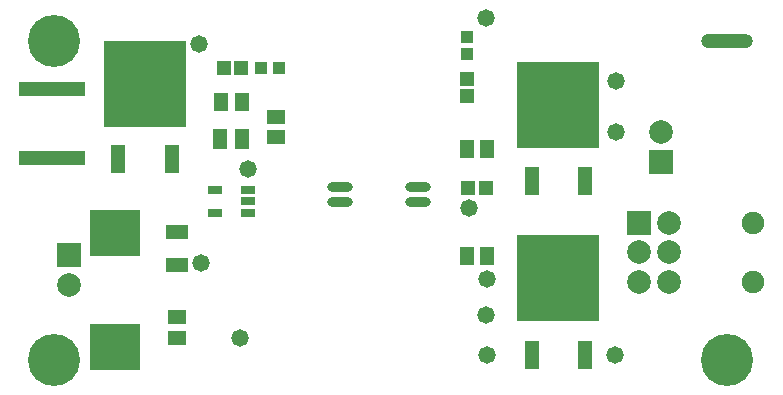
<source format=gts>
G04*
G04 #@! TF.GenerationSoftware,Altium Limited,Altium Designer,18.1.11 (251)*
G04*
G04 Layer_Color=8388736*
%FSLAX25Y25*%
%MOIN*%
G70*
G01*
G75*
%ADD32R,0.05131X0.06312*%
%ADD33R,0.04934X0.04737*%
%ADD34R,0.03950X0.03950*%
%ADD35R,0.04737X0.04934*%
%ADD36R,0.03950X0.03950*%
%ADD37O,0.08674X0.03162*%
%ADD38R,0.04540X0.09658*%
%ADD39R,0.27572X0.29147*%
%ADD40R,0.04540X0.09461*%
%ADD41R,0.04737X0.03162*%
%ADD42R,0.07493X0.05131*%
%ADD43R,0.06312X0.05131*%
%ADD44R,0.22060X0.04934*%
%ADD45R,0.04934X0.06509*%
%ADD46R,0.16784X0.15800*%
%ADD47O,0.17335X0.04816*%
%ADD48C,0.07493*%
%ADD49C,0.07887*%
%ADD50R,0.07887X0.07887*%
%ADD51C,0.17335*%
%ADD52C,0.05800*%
D32*
X160138Y85827D02*
D03*
X153248D02*
D03*
X153248Y50224D02*
D03*
X160138D02*
D03*
X78248Y101575D02*
D03*
X71358D02*
D03*
D33*
X159547Y72973D02*
D03*
X153839D02*
D03*
X72228Y113091D02*
D03*
X77937D02*
D03*
D34*
X153248Y117520D02*
D03*
Y123425D02*
D03*
D35*
Y103445D02*
D03*
Y109153D02*
D03*
D36*
X84842Y113091D02*
D03*
X90748D02*
D03*
D37*
X111024Y73366D02*
D03*
Y68366D02*
D03*
X137008Y73366D02*
D03*
Y68366D02*
D03*
D38*
X174882Y17323D02*
D03*
X192835D02*
D03*
D39*
X183858Y42913D02*
D03*
X183858Y100591D02*
D03*
X46063Y107677D02*
D03*
D40*
X192835Y75394D02*
D03*
X174882D02*
D03*
X55039Y82480D02*
D03*
X37087D02*
D03*
D41*
X80216Y64764D02*
D03*
Y68504D02*
D03*
Y72244D02*
D03*
X69390D02*
D03*
Y64764D02*
D03*
D42*
X56693Y58268D02*
D03*
Y47244D02*
D03*
D43*
Y29823D02*
D03*
Y22933D02*
D03*
X89764Y89862D02*
D03*
Y96752D02*
D03*
D44*
X14961Y82972D02*
D03*
Y106004D02*
D03*
D45*
X71161Y89370D02*
D03*
X78445D02*
D03*
D46*
X36087Y57874D02*
D03*
Y20079D02*
D03*
D47*
X240158Y122047D02*
D03*
D48*
X248819Y41732D02*
D03*
Y61417D02*
D03*
D49*
X220551Y41732D02*
D03*
Y51575D02*
D03*
Y61417D02*
D03*
X210709Y41732D02*
D03*
Y51575D02*
D03*
X20866Y40669D02*
D03*
X218110Y91614D02*
D03*
D50*
X210709Y61417D02*
D03*
X20866Y50669D02*
D03*
X218110Y81614D02*
D03*
D51*
X15748Y15748D02*
D03*
Y122047D02*
D03*
X240158Y15748D02*
D03*
D52*
X203150Y91614D02*
D03*
Y108661D02*
D03*
X202756Y17323D02*
D03*
X160138Y17323D02*
D03*
X159843Y30709D02*
D03*
X153937Y66142D02*
D03*
X77559Y22933D02*
D03*
X159843Y129528D02*
D03*
X64173Y120866D02*
D03*
X64567Y48031D02*
D03*
X80216Y79134D02*
D03*
X160138Y42520D02*
D03*
M02*

</source>
